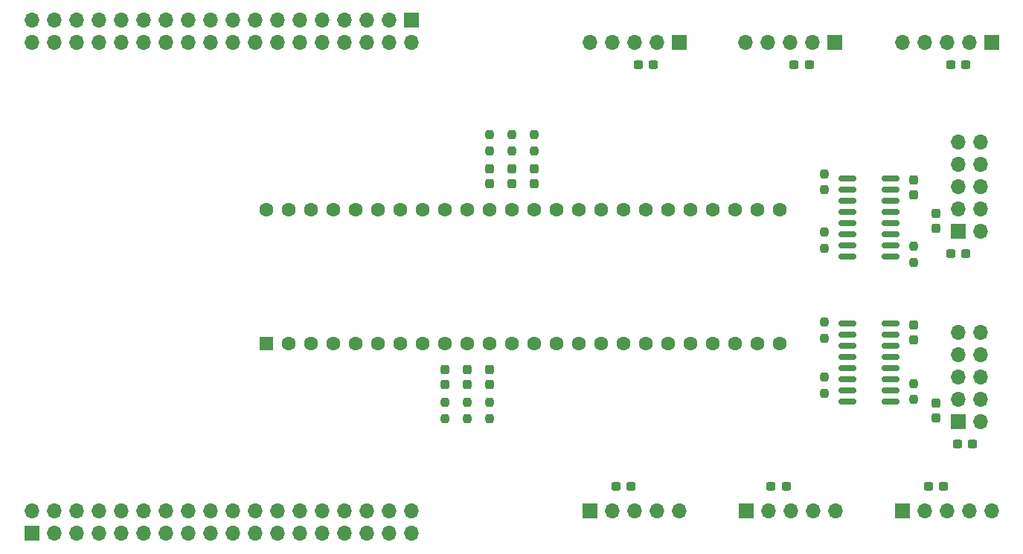
<source format=gbr>
G04 #@! TF.GenerationSoftware,KiCad,Pcbnew,(6.0.1)*
G04 #@! TF.CreationDate,2022-01-30T22:17:43+01:00*
G04 #@! TF.ProjectId,Teensy41_DualMotor,5465656e-7379-4343-915f-4475616c4d6f,1*
G04 #@! TF.SameCoordinates,Original*
G04 #@! TF.FileFunction,Soldermask,Top*
G04 #@! TF.FilePolarity,Negative*
%FSLAX46Y46*%
G04 Gerber Fmt 4.6, Leading zero omitted, Abs format (unit mm)*
G04 Created by KiCad (PCBNEW (6.0.1)) date 2022-01-30 22:17:43*
%MOMM*%
%LPD*%
G01*
G04 APERTURE LIST*
G04 Aperture macros list*
%AMRoundRect*
0 Rectangle with rounded corners*
0 $1 Rounding radius*
0 $2 $3 $4 $5 $6 $7 $8 $9 X,Y pos of 4 corners*
0 Add a 4 corners polygon primitive as box body*
4,1,4,$2,$3,$4,$5,$6,$7,$8,$9,$2,$3,0*
0 Add four circle primitives for the rounded corners*
1,1,$1+$1,$2,$3*
1,1,$1+$1,$4,$5*
1,1,$1+$1,$6,$7*
1,1,$1+$1,$8,$9*
0 Add four rect primitives between the rounded corners*
20,1,$1+$1,$2,$3,$4,$5,0*
20,1,$1+$1,$4,$5,$6,$7,0*
20,1,$1+$1,$6,$7,$8,$9,0*
20,1,$1+$1,$8,$9,$2,$3,0*%
G04 Aperture macros list end*
%ADD10RoundRect,0.237500X-0.237500X0.250000X-0.237500X-0.250000X0.237500X-0.250000X0.237500X0.250000X0*%
%ADD11RoundRect,0.237500X0.237500X-0.300000X0.237500X0.300000X-0.237500X0.300000X-0.237500X-0.300000X0*%
%ADD12R,1.700000X1.700000*%
%ADD13O,1.700000X1.700000*%
%ADD14RoundRect,0.237500X0.237500X-0.250000X0.237500X0.250000X-0.237500X0.250000X-0.237500X-0.250000X0*%
%ADD15RoundRect,0.150000X-0.825000X-0.150000X0.825000X-0.150000X0.825000X0.150000X-0.825000X0.150000X0*%
%ADD16RoundRect,0.237500X-0.237500X0.300000X-0.237500X-0.300000X0.237500X-0.300000X0.237500X0.300000X0*%
%ADD17RoundRect,0.237500X-0.300000X-0.237500X0.300000X-0.237500X0.300000X0.237500X-0.300000X0.237500X0*%
%ADD18R,1.600000X1.600000*%
%ADD19C,1.600000*%
%ADD20RoundRect,0.237500X0.300000X0.237500X-0.300000X0.237500X-0.300000X-0.237500X0.300000X-0.237500X0*%
G04 APERTURE END LIST*
D10*
X82550000Y-98147500D03*
X82550000Y-99972500D03*
X118110000Y-109220000D03*
X118110000Y-111045000D03*
X85090000Y-98147500D03*
X85090000Y-99972500D03*
D11*
X82550000Y-103732500D03*
X82550000Y-102007500D03*
D10*
X128270000Y-110847500D03*
X128270000Y-112672500D03*
X80010000Y-98147500D03*
X80010000Y-99972500D03*
D12*
X127000000Y-140970000D03*
D13*
X129540000Y-140970000D03*
X132080000Y-140970000D03*
X134620000Y-140970000D03*
X137160000Y-140970000D03*
D10*
X128270000Y-126445000D03*
X128270000Y-128270000D03*
D12*
X101600000Y-87630000D03*
D13*
X99060000Y-87630000D03*
X96520000Y-87630000D03*
X93980000Y-87630000D03*
X91440000Y-87630000D03*
D12*
X137160000Y-87630000D03*
D13*
X134620000Y-87630000D03*
X132080000Y-87630000D03*
X129540000Y-87630000D03*
X127000000Y-87630000D03*
D14*
X77470000Y-130452500D03*
X77470000Y-128627500D03*
D15*
X120715000Y-103147500D03*
X120715000Y-104417500D03*
X120715000Y-105687500D03*
X120715000Y-106957500D03*
X120715000Y-108227500D03*
X120715000Y-109497500D03*
X120715000Y-110767500D03*
X120715000Y-112037500D03*
X125665000Y-112037500D03*
X125665000Y-110767500D03*
X125665000Y-109497500D03*
X125665000Y-108227500D03*
X125665000Y-106957500D03*
X125665000Y-105687500D03*
X125665000Y-104417500D03*
X125665000Y-103147500D03*
D11*
X130790000Y-130372500D03*
X130790000Y-128647500D03*
D16*
X80010000Y-124867500D03*
X80010000Y-126592500D03*
D11*
X80010000Y-103732500D03*
X80010000Y-102007500D03*
X128270000Y-105002500D03*
X128270000Y-103277500D03*
D12*
X133330000Y-109160000D03*
D13*
X135870000Y-109160000D03*
X133330000Y-106620000D03*
X135870000Y-106620000D03*
X133330000Y-104080000D03*
X135870000Y-104080000D03*
X133330000Y-101540000D03*
X135870000Y-101540000D03*
X133330000Y-99000000D03*
X135870000Y-99000000D03*
D14*
X80010000Y-130452500D03*
X80010000Y-128627500D03*
X118110000Y-121285000D03*
X118110000Y-119460000D03*
D12*
X133350000Y-130780000D03*
D13*
X135890000Y-130780000D03*
X133350000Y-128240000D03*
X135890000Y-128240000D03*
X133350000Y-125700000D03*
X135890000Y-125700000D03*
X133350000Y-123160000D03*
X135890000Y-123160000D03*
X133350000Y-120620000D03*
X135890000Y-120620000D03*
D14*
X74930000Y-130452500D03*
X74930000Y-128627500D03*
D17*
X133249500Y-133350000D03*
X134974500Y-133350000D03*
D12*
X91440000Y-140970000D03*
D13*
X93980000Y-140970000D03*
X96520000Y-140970000D03*
X99060000Y-140970000D03*
X101600000Y-140970000D03*
D14*
X118110000Y-104417500D03*
X118110000Y-102592500D03*
D17*
X132487500Y-111700000D03*
X134212500Y-111700000D03*
X112067000Y-138176000D03*
X113792000Y-138176000D03*
D15*
X120715000Y-119657500D03*
X120715000Y-120927500D03*
X120715000Y-122197500D03*
X120715000Y-123467500D03*
X120715000Y-124737500D03*
X120715000Y-126007500D03*
X120715000Y-127277500D03*
X120715000Y-128547500D03*
X125665000Y-128547500D03*
X125665000Y-127277500D03*
X125665000Y-126007500D03*
X125665000Y-124737500D03*
X125665000Y-123467500D03*
X125665000Y-122197500D03*
X125665000Y-120927500D03*
X125665000Y-119657500D03*
D11*
X130790000Y-108782500D03*
X130790000Y-107057500D03*
D12*
X109220000Y-140995000D03*
D13*
X111760000Y-140995000D03*
X114300000Y-140995000D03*
X116840000Y-140995000D03*
X119380000Y-140995000D03*
D10*
X118110000Y-125730000D03*
X118110000Y-127555000D03*
D16*
X74930000Y-124867500D03*
X74930000Y-126592500D03*
D17*
X94387500Y-138176000D03*
X96112500Y-138176000D03*
D11*
X128270000Y-121512500D03*
X128270000Y-119787500D03*
X85090000Y-103732500D03*
X85090000Y-102007500D03*
D18*
X54610000Y-121920000D03*
D19*
X57150000Y-121920000D03*
X59690000Y-121920000D03*
X62230000Y-121920000D03*
X64770000Y-121920000D03*
X67310000Y-121920000D03*
X69850000Y-121920000D03*
X72390000Y-121920000D03*
X74930000Y-121920000D03*
X77470000Y-121920000D03*
X80010000Y-121920000D03*
X82550000Y-121920000D03*
X85090000Y-121920000D03*
X87630000Y-121920000D03*
X90170000Y-121920000D03*
X92710000Y-121920000D03*
X95250000Y-121920000D03*
X97790000Y-121920000D03*
X100330000Y-121920000D03*
X102870000Y-121920000D03*
X105410000Y-121920000D03*
X107950000Y-121920000D03*
X110490000Y-121920000D03*
X113030000Y-121920000D03*
X113030000Y-106680000D03*
X110490000Y-106680000D03*
X107950000Y-106680000D03*
X105410000Y-106680000D03*
X102870000Y-106680000D03*
X100330000Y-106680000D03*
X97790000Y-106680000D03*
X95250000Y-106680000D03*
X92710000Y-106680000D03*
X90170000Y-106680000D03*
X87630000Y-106680000D03*
X85090000Y-106680000D03*
X82550000Y-106680000D03*
X80010000Y-106680000D03*
X77470000Y-106680000D03*
X74930000Y-106680000D03*
X72390000Y-106680000D03*
X69850000Y-106680000D03*
X67310000Y-106680000D03*
X64770000Y-106680000D03*
X62230000Y-106680000D03*
X59690000Y-106680000D03*
X57150000Y-106680000D03*
X54610000Y-106680000D03*
D16*
X77470000Y-124867500D03*
X77470000Y-126592500D03*
D17*
X129947500Y-138176000D03*
X131672500Y-138176000D03*
D20*
X116402500Y-90170000D03*
X114677500Y-90170000D03*
X98652500Y-90170000D03*
X96927500Y-90170000D03*
X134212500Y-90170000D03*
X132487500Y-90170000D03*
D12*
X119350000Y-87630000D03*
D13*
X116810000Y-87630000D03*
X114270000Y-87630000D03*
X111730000Y-87630000D03*
X109190000Y-87630000D03*
D12*
X71120000Y-85090000D03*
D13*
X71120000Y-87630000D03*
X68580000Y-85090000D03*
X68580000Y-87630000D03*
X66040000Y-85090000D03*
X66040000Y-87630000D03*
X63500000Y-85090000D03*
X63500000Y-87630000D03*
X60960000Y-85090000D03*
X60960000Y-87630000D03*
X58420000Y-85090000D03*
X58420000Y-87630000D03*
X55880000Y-85090000D03*
X55880000Y-87630000D03*
X53340000Y-85090000D03*
X53340000Y-87630000D03*
X50800000Y-85090000D03*
X50800000Y-87630000D03*
X48260000Y-85090000D03*
X48260000Y-87630000D03*
X45720000Y-85090000D03*
X45720000Y-87630000D03*
X43180000Y-85090000D03*
X43180000Y-87630000D03*
X40640000Y-85090000D03*
X40640000Y-87630000D03*
X38100000Y-85090000D03*
X38100000Y-87630000D03*
X35560000Y-85090000D03*
X35560000Y-87630000D03*
X33020000Y-85090000D03*
X33020000Y-87630000D03*
X30480000Y-85090000D03*
X30480000Y-87630000D03*
X27940000Y-85090000D03*
X27940000Y-87630000D03*
D12*
X27940000Y-143510000D03*
D13*
X27940000Y-140970000D03*
X30480000Y-143510000D03*
X30480000Y-140970000D03*
X33020000Y-143510000D03*
X33020000Y-140970000D03*
X35560000Y-143510000D03*
X35560000Y-140970000D03*
X38100000Y-143510000D03*
X38100000Y-140970000D03*
X40640000Y-143510000D03*
X40640000Y-140970000D03*
X43180000Y-143510000D03*
X43180000Y-140970000D03*
X45720000Y-143510000D03*
X45720000Y-140970000D03*
X48260000Y-143510000D03*
X48260000Y-140970000D03*
X50800000Y-143510000D03*
X50800000Y-140970000D03*
X53340000Y-143510000D03*
X53340000Y-140970000D03*
X55880000Y-143510000D03*
X55880000Y-140970000D03*
X58420000Y-143510000D03*
X58420000Y-140970000D03*
X60960000Y-143510000D03*
X60960000Y-140970000D03*
X63500000Y-143510000D03*
X63500000Y-140970000D03*
X66040000Y-143510000D03*
X66040000Y-140970000D03*
X68580000Y-143510000D03*
X68580000Y-140970000D03*
X71120000Y-143510000D03*
X71120000Y-140970000D03*
M02*

</source>
